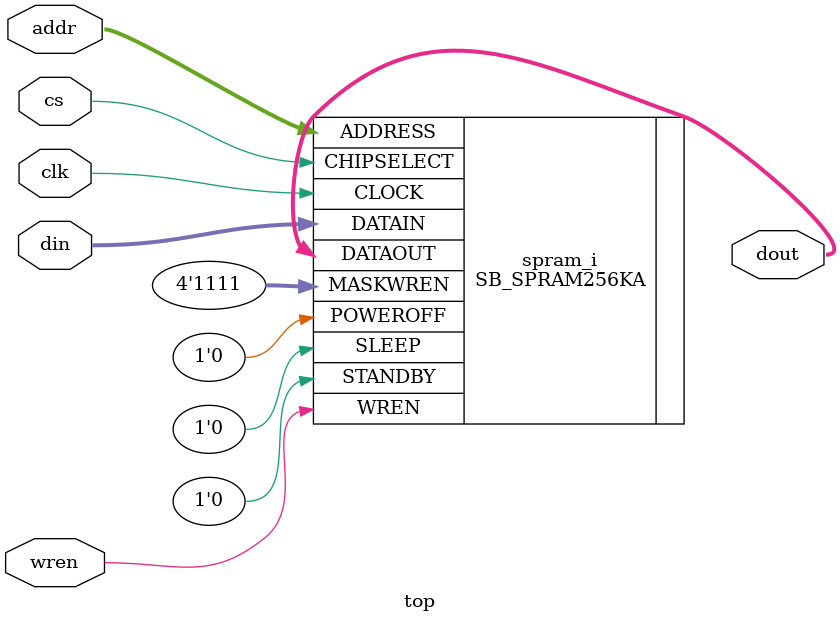
<source format=v>
module top(
  input clk,
  input [13:0] addr,
  input [7:0] din,
  input wren,
  input cs,
  output [7:0] dout
);

SB_SPRAM256KA spram_i
  (
    .ADDRESS(addr),
    .DATAIN(din),
    .MASKWREN(4'b1111),
    .WREN(wren),
    .CHIPSELECT(cs),
    .CLOCK(clk),
    .STANDBY(1'b0),
    .SLEEP(1'b0),
    .POWEROFF(1'b0),
    .DATAOUT(dout)
  );
  

endmodule
</source>
